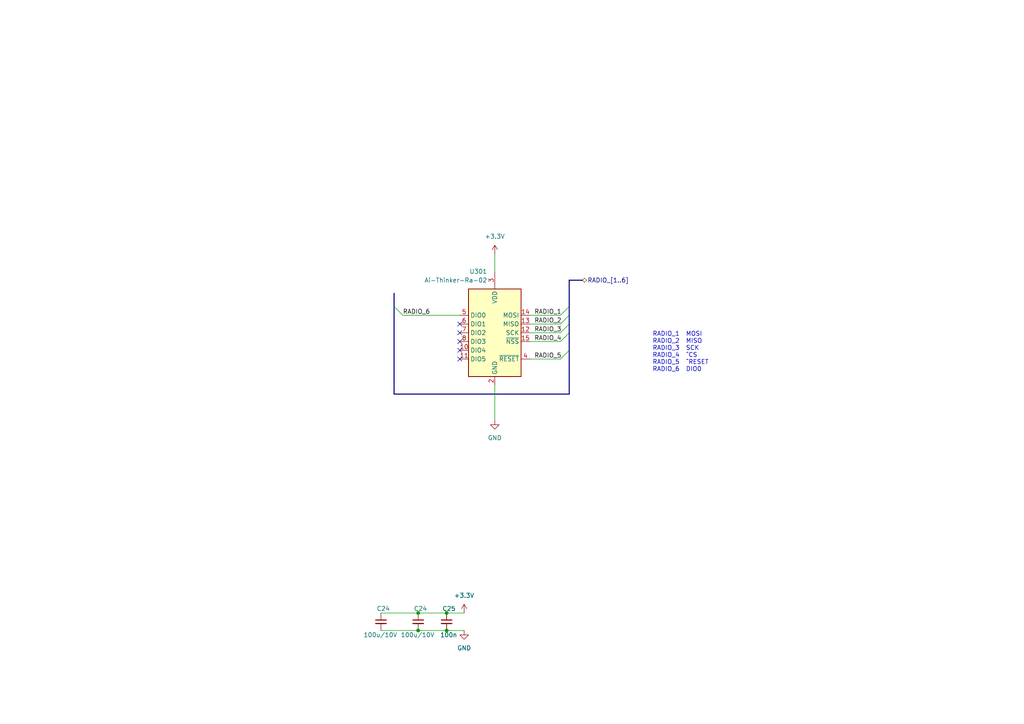
<source format=kicad_sch>
(kicad_sch (version 20250114) (generator "eeschema") (generator_version "9.0")
  (paper "A4")
  (lib_symbols
    (symbol "Device:C_Small" (pin_numbers (hide yes)) (pin_names (offset 0.254) (hide yes))
      (property "Reference" "C" (at 0.254 1.778 0))
      (property "Value" "C_Small" (at 0.254 -2.032 0))
      (symbol "C_Small_0_1"
        (polyline (pts (xy -1.524 0.508) (xy 1.524 0.508)) (stroke (width 0.3048)))
        (polyline (pts (xy -1.524 -0.508) (xy 1.524 -0.508)) (stroke (width 0.3302)))
      )
      (symbol "C_Small_1_1"
        (pin passive line (at 0 2.54 270) (length 2.032) (name "~") (number "1"))
        (pin passive line (at 0 -2.54 90) (length 2.032) (name "~") (number "2"))
      )
    )
    (symbol "RF_Module:Ai-Thinker-Ra-02"
      (property "Reference" "U" (at 2.54 19.05 0))
      (property "Value" "Ai-Thinker-Ra-02" (at 13.97 -15.24 0))
      (symbol "Ai-Thinker-Ra-02_0_1"
        (rectangle (start -7.62 12.7) (end 7.62 -12.7) (stroke (width 0.254)) (fill (type background)))
      )
      (symbol "Ai-Thinker-Ra-02_1_1"
        (pin input line (at -10.16 5.08 0) (length 2.54) (name "MOSI") (number "14"))
        (pin output line (at -10.16 2.54 0) (length 2.54) (name "MISO") (number "13"))
        (pin input line (at -10.16 0 0) (length 2.54) (name "SCK") (number "12"))
        (pin input line (at -10.16 -2.54 0) (length 2.54) (name "~{NSS}") (number "15"))
        (pin input line (at -10.16 -7.62 0) (length 2.54) (name "~{RESET}") (number "4"))
        (pin power_in line (at 0 17.78 270) (length 5.08) (name "VDD") (number "3"))
        (pin passive line (at 0 -15.24 90) (length 2.54) (hide yes) (name "GND") (number "1"))
        (pin passive line (at 0 -15.24 90) (length 2.54) (hide yes) (name "GND") (number "16"))
        (pin power_in line (at 0 -15.24 90) (length 2.54) (name "GND") (number "2"))
        (pin passive line (at 0 -15.24 90) (length 2.54) (hide yes) (name "GND") (number "9"))
        (pin bidirectional line (at 10.16 5.08 180) (length 2.54) (name "DIO0") (number "5"))
        (pin bidirectional line (at 10.16 2.54 180) (length 2.54) (name "DIO1") (number "6"))
        (pin bidirectional line (at 10.16 0 180) (length 2.54) (name "DIO2") (number "7"))
        (pin bidirectional line (at 10.16 -2.54 180) (length 2.54) (name "DIO3") (number "8"))
        (pin bidirectional line (at 10.16 -5.08 180) (length 2.54) (name "DIO4") (number "10"))
        (pin bidirectional line (at 10.16 -7.62 180) (length 2.54) (name "DIO5") (number "11"))
      )
    )
    (symbol "power:+3.3V" (power) (pin_names (offset 0))
      (property "Value" "+3.3V" (at 0 3.556 0))
      (symbol "+3.3V_0_1"
        (polyline (pts (xy -0.762 1.27) (xy 0 2.54)))
        (polyline (pts (xy 0 2.54) (xy 0.762 1.27)))
        (polyline (pts (xy 0 0) (xy 0 2.54)))
      )
      (symbol "+3.3V_1_1"
        (pin power_in line (at 0 0 90) (length 0) (hide yes) (name "+3.3V") (number "1"))
      )
    )
    (symbol "power:GND" (power) (pin_names (offset 0))
      (property "Value" "GND" (at 0 -3.81 0))
      (symbol "GND_0_1"
        (polyline (pts (xy 0 0) (xy 0 -1.27) (xy 1.27 -1.27) (xy 0 -2.54) (xy -1.27 -1.27) (xy 0 -1.27)))
      )
      (symbol "GND_1_1"
        (pin power_in line (at 0 0 270) (length 0) (hide yes) (name "GND") (number "1"))
      )
    )
  )
  (text "RADIO_1  MOSI\nRADIO_2  MISO\nRADIO_3  SCK\nRADIO_4  ^CS\nRADIO_5  ^RESET\nRADIO_6  DIO0" (at 189.23 107.95 0) (effects (font (size 1.27 1.27)) (justify left bottom)))
  (junction (at 129.54 177.8))
  (junction (at 129.54 182.88))
  (junction (at 121.285 177.8))
  (junction (at 121.285 182.88))
  (no_connect (at 133.35 99.06))
  (no_connect (at 133.35 93.98))
  (no_connect (at 133.35 101.6))
  (no_connect (at 133.35 104.14))
  (no_connect (at 133.35 96.52))
  (bus_entry (at 162.56 93.98) (size 2.54 -2.54))
  (bus_entry (at 162.56 104.14) (size 2.54 -2.54))
  (bus_entry (at 114.3 88.9) (size 2.54 2.54))
  (bus_entry (at 162.56 99.06) (size 2.54 -2.54))
  (bus_entry (at 162.56 96.52) (size 2.54 -2.54))
  (bus_entry (at 162.56 91.44) (size 2.54 -2.54))
  (wire (pts (xy 134.62 182.88) (xy 129.54 182.88)))
  (bus (pts (xy 165.1 101.6) (xy 165.1 96.52)))
  (wire (pts (xy 110.49 182.88) (xy 121.285 182.88)))
  (bus (pts (xy 165.1 96.52) (xy 165.1 93.98)))
  (wire (pts (xy 143.51 73.66) (xy 143.51 78.74)))
  (wire (pts (xy 153.67 104.14) (xy 162.56 104.14)))
  (bus (pts (xy 165.1 93.98) (xy 165.1 91.44)))
  (wire (pts (xy 153.67 96.52) (xy 162.56 96.52)))
  (bus (pts (xy 165.1 81.28) (xy 168.91 81.28)))
  (bus (pts (xy 165.1 101.6) (xy 165.1 114.3)))
  (wire (pts (xy 121.285 182.88) (xy 129.54 182.88)))
  (wire (pts (xy 116.84 91.44) (xy 133.35 91.44)))
  (wire (pts (xy 110.49 177.8) (xy 121.285 177.8)))
  (wire (pts (xy 143.51 121.92) (xy 143.51 111.76)))
  (bus (pts (xy 165.1 91.44) (xy 165.1 88.9)))
  (wire (pts (xy 134.62 177.8) (xy 129.54 177.8)))
  (bus (pts (xy 114.3 88.9) (xy 114.3 114.3)))
  (wire (pts (xy 153.67 99.06) (xy 162.56 99.06)))
  (wire (pts (xy 121.285 177.8) (xy 129.54 177.8)))
  (wire (pts (xy 153.67 91.44) (xy 162.56 91.44)))
  (bus (pts (xy 165.1 114.3) (xy 114.3 114.3)))
  (bus (pts (xy 165.1 88.9) (xy 165.1 81.28)))
  (bus (pts (xy 114.3 85.09) (xy 114.3 88.9)))
  (wire (pts (xy 153.67 93.98) (xy 162.56 93.98)))
  (label "RADIO_2" (at 154.94 93.98 0))
  (label "RADIO_1" (at 154.94 91.44 0))
  (label "RADIO_4" (at 154.94 99.06 0))
  (label "RADIO_6" (at 116.84 91.44 0))
  (label "RADIO_3" (at 154.94 96.52 0))
  (label "RADIO_5" (at 154.94 104.14 0))
  (hierarchical_label "RADIO_[1..6]" (shape bidirectional) (at 168.91 81.28 0))
  (symbol (lib_id "Device:C_Small") (at 121.285 180.34 0) (unit 1)
    (property "Reference" "C302" (at 120.015 176.53 0) (effects (justify left)))
    (property "Value" "100u/10V" (at 116.205 184.15 0) (effects (justify left)))
    (property "Footprint" "Capacitor_SMD:C_1210_3225Metric" (effects (hide yes)))
    (property "LCSC" "C23742" (effects (hide yes)))
    (instances (project "NIKOLA-02-E-001_PCAScannerController_R1" (path "" (reference "C24") (unit 1))) (project "Robobuoy-Top-V2_0" (path "" (reference "C302") (unit 1))))
  )
  (symbol (lib_id "RF_Module:Ai-Thinker-Ra-02") (at 143.51 96.52 0) (mirror y) (unit 1)
    (property "Reference" "U301" (at 141.3159 78.74 0) (effects (justify left)))
    (property "Value" "Ai-Thinker-Ra-02" (at 141.3159 81.28 0) (effects (justify left)))
    (property "Footprint" "A_Module:Ai-Thinker-Ra-02-LoRa" (effects (hide yes)))
    (property "Datasheet" "http://wiki.ai-thinker.com/_media/lora/docs/c048ps01a1_ra-02_product_specification_v1.1.pdf" (effects (hide yes)))
    (property "Description" "Ai-Thinker Ra-02 410-525 MHz LoRa Module, SPI interface, U.FL antenna connector" (effects (hide yes)))
    (property "LCSC" "C90039" (effects (hide yes)))
  )
  (symbol (lib_id "power:+3.3V") (at 143.51 73.66 0) (unit 1)
    (property "Reference" "#PWR0303" (effects (hide yes)))
    (property "Value" "+3.3V" (at 143.51 68.58 0))
  )
  (symbol (lib_id "power:GND") (at 134.62 182.88 0) (unit 1)
    (property "Reference" "#PWR0302" (effects (hide yes)))
    (property "Value" "GND" (at 134.62 187.96 0))
  )
  (symbol (lib_id "Device:C_Small") (at 110.49 180.34 0) (unit 1)
    (property "Reference" "C301" (at 109.22 176.53 0) (effects (justify left)))
    (property "Value" "100u/10V" (at 105.41 184.15 0) (effects (justify left)))
    (property "Footprint" "Capacitor_SMD:C_1210_3225Metric" (effects (hide yes)))
    (property "LCSC" "C23742" (effects (hide yes)))
    (instances (project "NIKOLA-02-E-001_PCAScannerController_R1" (path "" (reference "C24") (unit 1))) (project "Robobuoy-Top-V2_0" (path "" (reference "C301") (unit 1))))
  )
  (symbol (lib_id "power:+3.3V") (at 134.62 177.8 0) (unit 1)
    (property "Reference" "#PWR0301" (effects (hide yes)))
    (property "Value" "+3.3V" (at 134.62 172.72 0))
  )
  (symbol (lib_id "power:GND") (at 143.51 121.92 0) (unit 1)
    (property "Reference" "#PWR0304" (effects (hide yes)))
    (property "Value" "GND" (at 143.51 127 0))
  )
  (symbol (lib_id "Device:C_Small") (at 129.54 180.34 0) (unit 1)
    (property "Reference" "C303" (at 128.27 176.53 0) (effects (justify left)))
    (property "Value" "100n" (at 127.635 184.15 0) (effects (justify left)))
    (property "Footprint" "A_Device:C_0603" (effects (hide yes)))
    (property "LCSC" "C14663" (effects (hide yes)))
    (instances (project "NIKOLA-02-E-001_PCAScannerController_R1" (path "" (reference "C25") (unit 1))) (project "Robobuoy-Top-V2_0" (path "" (reference "C303") (unit 1))))
  )
)
</source>
